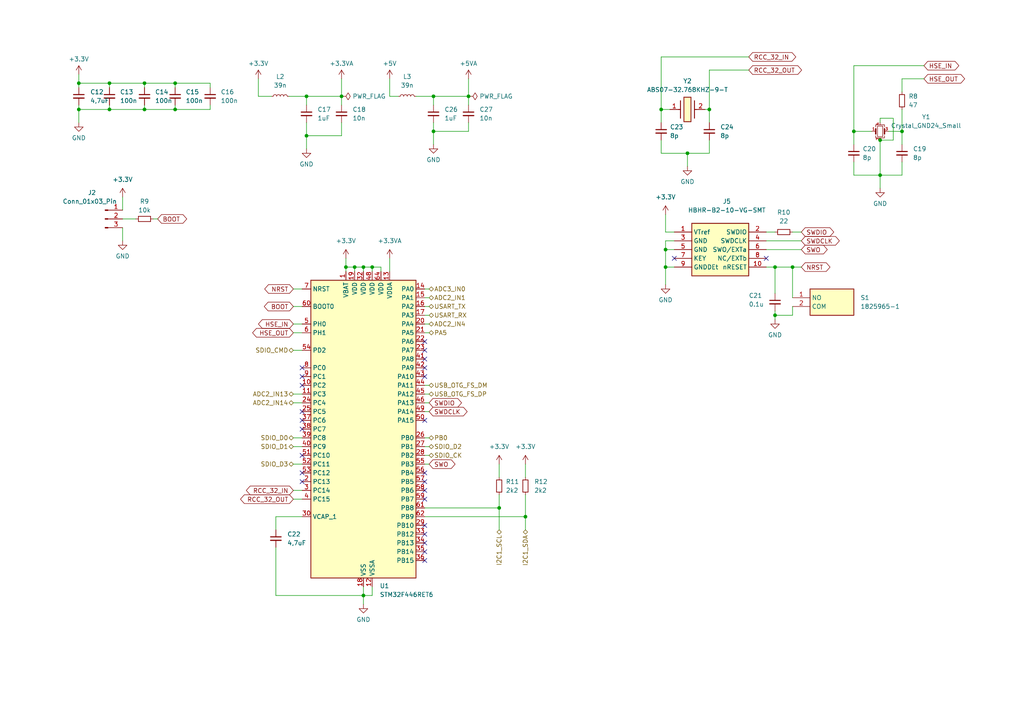
<source format=kicad_sch>
(kicad_sch (version 20230121) (generator eeschema)
  (paper "A4")
  (lib_symbols
    (symbol "1825965-1:1825965-1"
      (property "Reference" "S" (at 19.05 7.62 0))
      (property "Value" "1825965-1" (at 19.05 5.08 0))
      (symbol "1825965-1_1_1"
        (rectangle (start 5.08 2.54) (end 17.78 -5.08) (stroke (width 0.254)) (fill (type background)))
        (pin passive line (at 0 0 0) (length 5.08) (name "NO") (number "1"))
        (pin passive line (at 0 -2.54 0) (length 5.08) (name "COM") (number "2"))
      )
    )
    (symbol "ABS07-32_768KHZ-9-T:ABS07-32.768KHZ-9-T" (pin_names hide)
      (property "Reference" "Y" (at 8.89 6.35 0))
      (property "Value" "ABS07-32.768KHZ-9-T" (at 8.89 3.81 0))
      (symbol "ABS07-32.768KHZ-9-T_1_1"
        (polyline (pts (xy 3.048 0) (xy 2.54 0)) (stroke (width 0.254)))
        (polyline (pts (xy 3.048 2.54) (xy 3.048 -2.54)) (stroke (width 0.254)))
        (polyline (pts (xy 7.112 0) (xy 7.62 0)) (stroke (width 0.254)))
        (polyline (pts (xy 7.112 2.54) (xy 7.112 -2.54)) (stroke (width 0.254)))
        (rectangle (start 4.064 3.556) (end 6.096 -3.556) (stroke (width 0.254)) (fill (type background)))
        (pin passive line (at 0 0 0) (length 2.54) (name "1") (number "1"))
        (pin passive line (at 10.16 0 180) (length 2.54) (name "2") (number "2"))
      )
    )
    (symbol "Connector:Conn_01x03_Pin" (pin_names (offset 1.016) hide)
      (property "Reference" "J" (at 0 5.08 0))
      (property "Value" "Conn_01x03_Pin" (at 0 -5.08 0))
      (symbol "Conn_01x03_Pin_1_1"
        (polyline (pts (xy 1.27 -2.54) (xy 0.8636 -2.54)) (stroke (width 0.1524)))
        (polyline (pts (xy 1.27 0) (xy 0.8636 0)) (stroke (width 0.1524)))
        (polyline (pts (xy 1.27 2.54) (xy 0.8636 2.54)) (stroke (width 0.1524)))
        (rectangle (start 0.8636 -2.413) (end 0 -2.667) (stroke (width 0.1524)) (fill (type outline)))
        (rectangle (start 0.8636 0.127) (end 0 -0.127) (stroke (width 0.1524)) (fill (type outline)))
        (rectangle (start 0.8636 2.667) (end 0 2.413) (stroke (width 0.1524)) (fill (type outline)))
        (pin passive line (at 5.08 2.54 180) (length 3.81) (name "Pin_1") (number "1"))
        (pin passive line (at 5.08 0 180) (length 3.81) (name "Pin_2") (number "2"))
        (pin passive line (at 5.08 -2.54 180) (length 3.81) (name "Pin_3") (number "3"))
      )
    )
    (symbol "Device:C_Small" (pin_numbers hide) (pin_names (offset 0.254) hide)
      (property "Reference" "C" (at 0.254 1.778 0))
      (property "Value" "C_Small" (at 0.254 -2.032 0))
      (symbol "C_Small_0_1"
        (polyline (pts (xy -1.524 -0.508) (xy 1.524 -0.508)) (stroke (width 0.3302)))
        (polyline (pts (xy -1.524 0.508) (xy 1.524 0.508)) (stroke (width 0.3048)))
      )
      (symbol "C_Small_1_1"
        (pin passive line (at 0 2.54 270) (length 2.032) (name "~") (number "1"))
        (pin passive line (at 0 -2.54 90) (length 2.032) (name "~") (number "2"))
      )
    )
    (symbol "Device:Crystal_GND24_Small" (pin_names (offset 1.016) hide)
      (property "Reference" "Y" (at 1.27 4.445 0))
      (property "Value" "Crystal_GND24_Small" (at 1.27 2.54 0))
      (symbol "Crystal_GND24_Small_0_1"
        (rectangle (start -0.762 -1.524) (end 0.762 1.524))
        (polyline (pts (xy -1.27 -0.762) (xy -1.27 0.762)) (stroke (width 0.381)))
        (polyline (pts (xy 1.27 -0.762) (xy 1.27 0.762)) (stroke (width 0.381)))
        (polyline (pts (xy -1.27 -1.27) (xy -1.27 -1.905) (xy 1.27 -1.905) (xy 1.27 -1.27)))
        (polyline (pts (xy -1.27 1.27) (xy -1.27 1.905) (xy 1.27 1.905) (xy 1.27 1.27)))
      )
      (symbol "Crystal_GND24_Small_1_1"
        (pin passive line (at -2.54 0 0) (length 1.27) (name "1") (number "1"))
        (pin passive line (at 0 -2.54 90) (length 0.635) (name "2") (number "2"))
        (pin passive line (at 2.54 0 180) (length 1.27) (name "3") (number "3"))
        (pin passive line (at 0 2.54 270) (length 0.635) (name "4") (number "4"))
      )
    )
    (symbol "Device:L_Small" (pin_numbers hide) (pin_names (offset 0.254) hide)
      (property "Reference" "L" (at 0.762 1.016 0))
      (property "Value" "L_Small" (at 0.762 -1.016 0))
      (symbol "L_Small_0_1"
        (arc (start 0 -2.032) (mid 0.5058 -1.524) (end 0 -1.016))
        (arc (start 0 -1.016) (mid 0.5058 -0.508) (end 0 0))
        (arc (start 0 0) (mid 0.5058 0.508) (end 0 1.016))
        (arc (start 0 1.016) (mid 0.5058 1.524) (end 0 2.032))
      )
      (symbol "L_Small_1_1"
        (pin passive line (at 0 2.54 270) (length 0.508) (name "~") (number "1"))
        (pin passive line (at 0 -2.54 90) (length 0.508) (name "~") (number "2"))
      )
    )
    (symbol "Device:R_Small" (pin_numbers hide) (pin_names (offset 0.254) hide)
      (property "Reference" "R" (at 0.762 0.508 0))
      (property "Value" "R_Small" (at 0.762 -1.016 0))
      (symbol "R_Small_0_1"
        (rectangle (start -0.762 1.778) (end 0.762 -1.778) (stroke (width 0.2032)))
      )
      (symbol "R_Small_1_1"
        (pin passive line (at 0 2.54 270) (length 0.762) (name "~") (number "1"))
        (pin passive line (at 0 -2.54 90) (length 0.762) (name "~") (number "2"))
      )
    )
    (symbol "HBHR-B2-10-VG-SMT:HBHR-B2-10-VG-SMT"
      (property "Reference" "J" (at 19.05 7.62 0))
      (property "Value" "HBHR-B2-10-VG-SMT" (at 19.05 5.08 0))
      (symbol "HBHR-B2-10-VG-SMT_1_1"
        (rectangle (start 20.32 1.27) (end 36.83 -13.97) (stroke (width 0.254)) (fill (type background)))
        (pin passive line (at 15.24 -1.27 0) (length 5.08) (name "VTref") (number "1"))
        (pin passive line (at 41.91 -11.43 180) (length 5.08) (name "nRESET") (number "10"))
        (pin passive line (at 41.91 -1.27 180) (length 5.08) (name "SWDIO") (number "2"))
        (pin passive line (at 15.24 -3.81 0) (length 5.08) (name "GND") (number "3"))
        (pin passive line (at 41.91 -3.81 180) (length 5.08) (name "SWDCLK") (number "4"))
        (pin passive line (at 15.24 -6.35 0) (length 5.08) (name "GND") (number "5"))
        (pin passive line (at 41.91 -6.35 180) (length 5.08) (name "SWO/EXTa") (number "6"))
        (pin passive line (at 15.24 -8.89 0) (length 5.08) (name "KEY") (number "7"))
        (pin passive line (at 41.91 -8.89 180) (length 5.08) (name "NC/EXTb") (number "8"))
        (pin passive line (at 15.24 -11.43 0) (length 5.08) (name "GNDDEt") (number "9"))
      )
    )
    (symbol "MCU_ST_STM32F4:STM32F446RETx"
      (property "Reference" "U" (at -15.24 44.45 0))
      (property "Value" "STM32F446RETx" (at 10.16 44.45 0))
      (symbol "STM32F446RETx_0_1"
        (rectangle (start -15.24 -43.18) (end 15.24 43.18) (stroke (width 0.254)) (fill (type background)))
      )
      (symbol "STM32F446RETx_1_1"
        (pin power_in line (at -5.08 45.72 270) (length 2.54) (name "VBAT") (number "1"))
        (pin bidirectional line (at -17.78 12.7 0) (length 2.54) (name "PC2") (number "10"))
        (pin bidirectional line (at -17.78 10.16 0) (length 2.54) (name "PC3") (number "11"))
        (pin power_in line (at 2.54 -45.72 90) (length 2.54) (name "VSSA") (number "12"))
        (pin power_in line (at 7.62 45.72 270) (length 2.54) (name "VDDA") (number "13"))
        (pin bidirectional line (at 17.78 40.64 180) (length 2.54) (name "PA0") (number "14"))
        (pin bidirectional line (at 17.78 38.1 180) (length 2.54) (name "PA1") (number "15"))
        (pin bidirectional line (at 17.78 35.56 180) (length 2.54) (name "PA2") (number "16"))
        (pin bidirectional line (at 17.78 33.02 180) (length 2.54) (name "PA3") (number "17"))
        (pin power_in line (at 0 -45.72 90) (length 2.54) (name "VSS") (number "18"))
        (pin power_in line (at -2.54 45.72 270) (length 2.54) (name "VDD") (number "19"))
        (pin bidirectional line (at -17.78 -15.24 0) (length 2.54) (name "PC13") (number "2"))
        (pin bidirectional line (at 17.78 30.48 180) (length 2.54) (name "PA4") (number "20"))
        (pin bidirectional line (at 17.78 27.94 180) (length 2.54) (name "PA5") (number "21"))
        (pin bidirectional line (at 17.78 25.4 180) (length 2.54) (name "PA6") (number "22"))
        (pin bidirectional line (at 17.78 22.86 180) (length 2.54) (name "PA7") (number "23"))
        (pin bidirectional line (at -17.78 7.62 0) (length 2.54) (name "PC4") (number "24"))
        (pin bidirectional line (at -17.78 5.08 0) (length 2.54) (name "PC5") (number "25"))
        (pin bidirectional line (at 17.78 -2.54 180) (length 2.54) (name "PB0") (number "26"))
        (pin bidirectional line (at 17.78 -5.08 180) (length 2.54) (name "PB1") (number "27"))
        (pin bidirectional line (at 17.78 -7.62 180) (length 2.54) (name "PB2") (number "28"))
        (pin bidirectional line (at 17.78 -27.94 180) (length 2.54) (name "PB10") (number "29"))
        (pin bidirectional line (at -17.78 -17.78 0) (length 2.54) (name "PC14") (number "3"))
        (pin power_out line (at -17.78 -25.4 0) (length 2.54) (name "VCAP_1") (number "30"))
        (pin passive line (at 0 -45.72 90) (length 2.54) hide (name "VSS") (number "31"))
        (pin power_in line (at 0 45.72 270) (length 2.54) (name "VDD") (number "32"))
        (pin bidirectional line (at 17.78 -30.48 180) (length 2.54) (name "PB12") (number "33"))
        (pin bidirectional line (at 17.78 -33.02 180) (length 2.54) (name "PB13") (number "34"))
        (pin bidirectional line (at 17.78 -35.56 180) (length 2.54) (name "PB14") (number "35"))
        (pin bidirectional line (at 17.78 -38.1 180) (length 2.54) (name "PB15") (number "36"))
        (pin bidirectional line (at -17.78 2.54 0) (length 2.54) (name "PC6") (number "37"))
        (pin bidirectional line (at -17.78 0 0) (length 2.54) (name "PC7") (number "38"))
        (pin bidirectional line (at -17.78 -2.54 0) (length 2.54) (name "PC8") (number "39"))
        (pin bidirectional line (at -17.78 -20.32 0) (length 2.54) (name "PC15") (number "4"))
        (pin bidirectional line (at -17.78 -5.08 0) (length 2.54) (name "PC9") (number "40"))
        (pin bidirectional line (at 17.78 20.32 180) (length 2.54) (name "PA8") (number "41"))
        (pin bidirectional line (at 17.78 17.78 180) (length 2.54) (name "PA9") (number "42"))
        (pin bidirectional line (at 17.78 15.24 180) (length 2.54) (name "PA10") (number "43"))
        (pin bidirectional line (at 17.78 12.7 180) (length 2.54) (name "PA11") (number "44"))
        (pin bidirectional line (at 17.78 10.16 180) (length 2.54) (name "PA12") (number "45"))
        (pin bidirectional line (at 17.78 7.62 180) (length 2.54) (name "PA13") (number "46"))
        (pin passive line (at 0 -45.72 90) (length 2.54) hide (name "VSS") (number "47"))
        (pin power_in line (at 2.54 45.72 270) (length 2.54) (name "VDD") (number "48"))
        (pin bidirectional line (at 17.78 5.08 180) (length 2.54) (name "PA14") (number "49"))
        (pin bidirectional line (at -17.78 30.48 0) (length 2.54) (name "PH0") (number "5"))
        (pin bidirectional line (at 17.78 2.54 180) (length 2.54) (name "PA15") (number "50"))
        (pin bidirectional line (at -17.78 -7.62 0) (length 2.54) (name "PC10") (number "51"))
        (pin bidirectional line (at -17.78 -10.16 0) (length 2.54) (name "PC11") (number "52"))
        (pin bidirectional line (at -17.78 -12.7 0) (length 2.54) (name "PC12") (number "53"))
        (pin bidirectional line (at -17.78 22.86 0) (length 2.54) (name "PD2") (number "54"))
        (pin bidirectional line (at 17.78 -10.16 180) (length 2.54) (name "PB3") (number "55"))
        (pin bidirectional line (at 17.78 -12.7 180) (length 2.54) (name "PB4") (number "56"))
        (pin bidirectional line (at 17.78 -15.24 180) (length 2.54) (name "PB5") (number "57"))
        (pin bidirectional line (at 17.78 -17.78 180) (length 2.54) (name "PB6") (number "58"))
        (pin bidirectional line (at 17.78 -20.32 180) (length 2.54) (name "PB7") (number "59"))
        (pin bidirectional line (at -17.78 27.94 0) (length 2.54) (name "PH1") (number "6"))
        (pin input line (at -17.78 35.56 0) (length 2.54) (name "BOOT0") (number "60"))
        (pin bidirectional line (at 17.78 -22.86 180) (length 2.54) (name "PB8") (number "61"))
        (pin bidirectional line (at 17.78 -25.4 180) (length 2.54) (name "PB9") (number "62"))
        (pin passive line (at 0 -45.72 90) (length 2.54) hide (name "VSS") (number "63"))
        (pin power_in line (at 5.08 45.72 270) (length 2.54) (name "VDD") (number "64"))
        (pin input line (at -17.78 40.64 0) (length 2.54) (name "NRST") (number "7"))
        (pin bidirectional line (at -17.78 17.78 0) (length 2.54) (name "PC0") (number "8"))
        (pin bidirectional line (at -17.78 15.24 0) (length 2.54) (name "PC1") (number "9"))
      )
    )
    (symbol "power:+3.3V" (power) (pin_names (offset 0))
      (property "Value" "+3.3V" (at 0 3.556 0))
      (symbol "+3.3V_0_1"
        (polyline (pts (xy -0.762 1.27) (xy 0 2.54)))
        (polyline (pts (xy 0 0) (xy 0 2.54)))
        (polyline (pts (xy 0 2.54) (xy 0.762 1.27)))
      )
      (symbol "+3.3V_1_1"
        (pin power_in line (at 0 0 90) (length 0) hide (name "+3.3V") (number "1"))
      )
    )
    (symbol "power:+3.3VA" (power) (pin_names (offset 0))
      (property "Value" "+3.3VA" (at 0 3.556 0))
      (symbol "+3.3VA_0_1"
        (polyline (pts (xy -0.762 1.27) (xy 0 2.54)))
        (polyline (pts (xy 0 0) (xy 0 2.54)))
        (polyline (pts (xy 0 2.54) (xy 0.762 1.27)))
      )
      (symbol "+3.3VA_1_1"
        (pin power_in line (at 0 0 90) (length 0) hide (name "+3.3VA") (number "1"))
      )
    )
    (symbol "power:+5V" (power) (pin_names (offset 0))
      (property "Value" "+5V" (at 0 3.556 0))
      (symbol "+5V_0_1"
        (polyline (pts (xy -0.762 1.27) (xy 0 2.54)))
        (polyline (pts (xy 0 0) (xy 0 2.54)))
        (polyline (pts (xy 0 2.54) (xy 0.762 1.27)))
      )
      (symbol "+5V_1_1"
        (pin power_in line (at 0 0 90) (length 0) hide (name "+5V") (number "1"))
      )
    )
    (symbol "power:+5VA" (power) (pin_names (offset 0))
      (property "Value" "+5VA" (at 0 3.556 0))
      (symbol "+5VA_0_1"
        (polyline (pts (xy -0.762 1.27) (xy 0 2.54)))
        (polyline (pts (xy 0 0) (xy 0 2.54)))
        (polyline (pts (xy 0 2.54) (xy 0.762 1.27)))
      )
      (symbol "+5VA_1_1"
        (pin power_in line (at 0 0 90) (length 0) hide (name "+5VA") (number "1"))
      )
    )
    (symbol "power:GND" (power) (pin_names (offset 0))
      (property "Value" "GND" (at 0 -3.81 0))
      (symbol "GND_0_1"
        (polyline (pts (xy 0 0) (xy 0 -1.27) (xy 1.27 -1.27) (xy 0 -2.54) (xy -1.27 -1.27) (xy 0 -1.27)))
      )
      (symbol "GND_1_1"
        (pin power_in line (at 0 0 270) (length 0) hide (name "GND") (number "1"))
      )
    )
    (symbol "power:PWR_FLAG" (power) (pin_numbers hide) (pin_names (offset 0) hide)
      (property "Value" "PWR_FLAG" (at 0 3.81 0))
      (symbol "PWR_FLAG_0_0"
        (pin power_out line (at 0 0 90) (length 0) (name "pwr") (number "1"))
      )
      (symbol "PWR_FLAG_0_1"
        (polyline (pts (xy 0 0) (xy 0 1.27) (xy -1.016 1.905) (xy 0 2.54) (xy 1.016 1.905) (xy 0 1.27)))
      )
    )
  )
  (junction (at 105.41 172.72))
  (junction (at 191.77 31.75))
  (junction (at 107.95 77.47))
  (junction (at 22.86 24.13))
  (junction (at 193.04 77.47))
  (junction (at 135.89 27.94))
  (junction (at 22.86 31.75))
  (junction (at 100.33 77.47))
  (junction (at 152.4 149.86))
  (junction (at 144.78 147.32))
  (junction (at 50.8 31.75))
  (junction (at 247.65 38.1))
  (junction (at 199.39 44.45))
  (junction (at 205.74 31.75))
  (junction (at 31.75 24.13))
  (junction (at 229.87 77.47))
  (junction (at 41.91 24.13))
  (junction (at 255.27 40.64))
  (junction (at 224.79 91.44))
  (junction (at 41.91 31.75))
  (junction (at 50.8 24.13))
  (junction (at 88.9 39.37))
  (junction (at 31.75 31.75))
  (junction (at 224.79 77.47))
  (junction (at 261.62 38.1))
  (junction (at 125.73 38.1))
  (junction (at 88.9 27.94))
  (junction (at 102.87 77.47))
  (junction (at 193.04 72.39))
  (junction (at 125.73 27.94))
  (junction (at 99.06 27.94))
  (junction (at 105.41 77.47))
  (junction (at 255.27 50.8))
  (no_connect (at 87.63 137.16))
  (no_connect (at 222.25 74.93))
  (no_connect (at 123.19 162.56))
  (no_connect (at 123.19 157.48))
  (no_connect (at 123.19 142.24))
  (no_connect (at 123.19 139.7))
  (no_connect (at 123.19 121.92))
  (no_connect (at 123.19 160.02))
  (no_connect (at 123.19 137.16))
  (no_connect (at 87.63 139.7))
  (no_connect (at 87.63 132.08))
  (no_connect (at 195.58 74.93))
  (no_connect (at 87.63 124.46))
  (no_connect (at 87.63 119.38))
  (no_connect (at 123.19 106.68))
  (no_connect (at 87.63 111.76))
  (no_connect (at 123.19 104.14))
  (no_connect (at 87.63 106.68))
  (no_connect (at 123.19 154.94))
  (no_connect (at 123.19 144.78))
  (no_connect (at 123.19 109.22))
  (no_connect (at 123.19 152.4))
  (no_connect (at 87.63 109.22))
  (no_connect (at 123.19 99.06))
  (no_connect (at 87.63 121.92))
  (no_connect (at 123.19 101.6))
  (wire (pts (xy 99.06 22.86) (xy 99.06 27.94)))
  (wire (pts (xy 107.95 78.74) (xy 107.95 77.47)))
  (wire (pts (xy 31.75 24.13) (xy 41.91 24.13)))
  (wire (pts (xy 125.73 27.94) (xy 125.73 30.48)))
  (wire (pts (xy 50.8 24.13) (xy 50.8 25.4)))
  (wire (pts (xy 247.65 50.8) (xy 255.27 50.8)))
  (wire (pts (xy 144.78 147.32) (xy 144.78 153.67)))
  (wire (pts (xy 85.09 129.54) (xy 87.63 129.54)))
  (wire (pts (xy 222.25 69.85) (xy 232.41 69.85)))
  (wire (pts (xy 224.79 77.47) (xy 229.87 77.47)))
  (wire (pts (xy 123.19 149.86) (xy 152.4 149.86)))
  (wire (pts (xy 191.77 44.45) (xy 199.39 44.45)))
  (wire (pts (xy 123.19 132.08) (xy 124.46 132.08)))
  (wire (pts (xy 229.87 91.44) (xy 224.79 91.44)))
  (wire (pts (xy 144.78 134.62) (xy 144.78 138.43)))
  (wire (pts (xy 50.8 31.75) (xy 50.8 30.48)))
  (wire (pts (xy 195.58 69.85) (xy 193.04 69.85)))
  (wire (pts (xy 105.41 172.72) (xy 107.95 172.72)))
  (wire (pts (xy 144.78 147.32) (xy 144.78 143.51)))
  (wire (pts (xy 60.96 31.75) (xy 50.8 31.75)))
  (wire (pts (xy 105.41 172.72) (xy 105.41 175.26)))
  (wire (pts (xy 255.27 40.64) (xy 259.08 40.64)))
  (wire (pts (xy 261.62 31.75) (xy 261.62 38.1)))
  (wire (pts (xy 222.25 72.39) (xy 232.41 72.39)))
  (wire (pts (xy 247.65 19.05) (xy 247.65 38.1)))
  (wire (pts (xy 261.62 50.8) (xy 261.62 46.99)))
  (wire (pts (xy 22.86 31.75) (xy 22.86 35.56)))
  (wire (pts (xy 123.19 111.76) (xy 124.46 111.76)))
  (wire (pts (xy 259.08 34.29) (xy 259.08 40.64)))
  (wire (pts (xy 74.93 27.94) (xy 78.74 27.94)))
  (wire (pts (xy 80.01 158.75) (xy 80.01 172.72)))
  (wire (pts (xy 113.03 27.94) (xy 115.57 27.94)))
  (wire (pts (xy 255.27 50.8) (xy 261.62 50.8)))
  (wire (pts (xy 35.56 57.15) (xy 35.56 60.96)))
  (wire (pts (xy 193.04 67.31) (xy 195.58 67.31)))
  (wire (pts (xy 85.09 142.24) (xy 87.63 142.24)))
  (wire (pts (xy 267.97 22.86) (xy 261.62 22.86)))
  (wire (pts (xy 247.65 38.1) (xy 252.73 38.1)))
  (wire (pts (xy 35.56 66.04) (xy 35.56 69.85)))
  (wire (pts (xy 123.19 93.98) (xy 124.46 93.98)))
  (wire (pts (xy 50.8 31.75) (xy 41.91 31.75)))
  (wire (pts (xy 125.73 38.1) (xy 125.73 41.91)))
  (wire (pts (xy 222.25 67.31) (xy 224.79 67.31)))
  (wire (pts (xy 135.89 27.94) (xy 135.89 30.48)))
  (wire (pts (xy 123.19 134.62) (xy 124.46 134.62)))
  (wire (pts (xy 123.19 96.52) (xy 124.46 96.52)))
  (wire (pts (xy 229.87 88.9) (xy 229.87 91.44)))
  (wire (pts (xy 50.8 24.13) (xy 60.96 24.13)))
  (wire (pts (xy 135.89 38.1) (xy 125.73 38.1)))
  (wire (pts (xy 193.04 69.85) (xy 193.04 72.39)))
  (wire (pts (xy 193.04 72.39) (xy 193.04 77.47)))
  (wire (pts (xy 123.19 88.9) (xy 124.46 88.9)))
  (wire (pts (xy 255.27 34.29) (xy 259.08 34.29)))
  (wire (pts (xy 110.49 78.74) (xy 110.49 77.47)))
  (wire (pts (xy 100.33 77.47) (xy 102.87 77.47)))
  (wire (pts (xy 85.09 144.78) (xy 87.63 144.78)))
  (wire (pts (xy 41.91 31.75) (xy 31.75 31.75)))
  (wire (pts (xy 99.06 35.56) (xy 99.06 39.37)))
  (wire (pts (xy 88.9 27.94) (xy 99.06 27.94)))
  (wire (pts (xy 217.17 20.32) (xy 205.74 20.32)))
  (wire (pts (xy 125.73 27.94) (xy 135.89 27.94)))
  (wire (pts (xy 224.79 77.47) (xy 224.79 85.09)))
  (wire (pts (xy 261.62 38.1) (xy 261.62 41.91)))
  (wire (pts (xy 107.95 172.72) (xy 107.95 170.18)))
  (wire (pts (xy 255.27 40.64) (xy 255.27 50.8)))
  (wire (pts (xy 105.41 77.47) (xy 102.87 77.47)))
  (wire (pts (xy 199.39 44.45) (xy 205.74 44.45)))
  (wire (pts (xy 85.09 134.62) (xy 87.63 134.62)))
  (wire (pts (xy 85.09 114.3) (xy 87.63 114.3)))
  (wire (pts (xy 88.9 39.37) (xy 88.9 35.56)))
  (wire (pts (xy 191.77 31.75) (xy 194.31 31.75)))
  (wire (pts (xy 191.77 35.56) (xy 191.77 31.75)))
  (wire (pts (xy 205.74 35.56) (xy 205.74 31.75)))
  (wire (pts (xy 85.09 101.6) (xy 87.63 101.6)))
  (wire (pts (xy 261.62 22.86) (xy 261.62 26.67)))
  (wire (pts (xy 193.04 77.47) (xy 193.04 82.55)))
  (wire (pts (xy 123.19 91.44) (xy 124.46 91.44)))
  (wire (pts (xy 152.4 149.86) (xy 152.4 143.51)))
  (wire (pts (xy 191.77 40.64) (xy 191.77 44.45)))
  (wire (pts (xy 222.25 77.47) (xy 224.79 77.47)))
  (wire (pts (xy 22.86 24.13) (xy 31.75 24.13)))
  (wire (pts (xy 120.65 27.94) (xy 125.73 27.94)))
  (wire (pts (xy 123.19 114.3) (xy 124.46 114.3)))
  (wire (pts (xy 31.75 31.75) (xy 31.75 30.48)))
  (wire (pts (xy 255.27 50.8) (xy 255.27 54.61)))
  (wire (pts (xy 229.87 67.31) (xy 232.41 67.31)))
  (wire (pts (xy 229.87 77.47) (xy 229.87 86.36)))
  (wire (pts (xy 35.56 63.5) (xy 39.37 63.5)))
  (wire (pts (xy 113.03 22.86) (xy 113.03 27.94)))
  (wire (pts (xy 41.91 24.13) (xy 50.8 24.13)))
  (wire (pts (xy 125.73 38.1) (xy 125.73 35.56)))
  (wire (pts (xy 123.19 83.82) (xy 124.46 83.82)))
  (wire (pts (xy 135.89 35.56) (xy 135.89 38.1)))
  (wire (pts (xy 41.91 31.75) (xy 41.91 30.48)))
  (wire (pts (xy 22.86 31.75) (xy 22.86 30.48)))
  (wire (pts (xy 110.49 77.47) (xy 107.95 77.47)))
  (wire (pts (xy 85.09 88.9) (xy 87.63 88.9)))
  (wire (pts (xy 60.96 24.13) (xy 60.96 25.4)))
  (wire (pts (xy 257.81 38.1) (xy 261.62 38.1)))
  (wire (pts (xy 44.45 63.5) (xy 45.72 63.5)))
  (wire (pts (xy 217.17 16.51) (xy 191.77 16.51)))
  (wire (pts (xy 224.79 91.44) (xy 224.79 90.17)))
  (wire (pts (xy 195.58 72.39) (xy 193.04 72.39)))
  (wire (pts (xy 22.86 21.59) (xy 22.86 24.13)))
  (wire (pts (xy 99.06 39.37) (xy 88.9 39.37)))
  (wire (pts (xy 123.19 119.38) (xy 124.46 119.38)))
  (wire (pts (xy 88.9 27.94) (xy 88.9 30.48)))
  (wire (pts (xy 85.09 116.84) (xy 87.63 116.84)))
  (wire (pts (xy 193.04 62.23) (xy 193.04 67.31)))
  (wire (pts (xy 31.75 31.75) (xy 22.86 31.75)))
  (wire (pts (xy 88.9 39.37) (xy 88.9 43.18)))
  (wire (pts (xy 123.19 116.84) (xy 124.46 116.84)))
  (wire (pts (xy 152.4 134.62) (xy 152.4 138.43)))
  (wire (pts (xy 99.06 27.94) (xy 99.06 30.48)))
  (wire (pts (xy 199.39 48.26) (xy 199.39 44.45)))
  (wire (pts (xy 191.77 16.51) (xy 191.77 31.75)))
  (wire (pts (xy 102.87 77.47) (xy 102.87 78.74)))
  (wire (pts (xy 22.86 25.4) (xy 22.86 24.13)))
  (wire (pts (xy 123.19 127) (xy 124.46 127)))
  (wire (pts (xy 80.01 172.72) (xy 105.41 172.72)))
  (wire (pts (xy 229.87 77.47) (xy 232.41 77.47)))
  (wire (pts (xy 123.19 147.32) (xy 144.78 147.32)))
  (wire (pts (xy 85.09 83.82) (xy 87.63 83.82)))
  (wire (pts (xy 80.01 149.86) (xy 87.63 149.86)))
  (wire (pts (xy 105.41 78.74) (xy 105.41 77.47)))
  (wire (pts (xy 123.19 129.54) (xy 124.46 129.54)))
  (wire (pts (xy 85.09 96.52) (xy 87.63 96.52)))
  (wire (pts (xy 224.79 91.44) (xy 224.79 92.71)))
  (wire (pts (xy 100.33 78.74) (xy 100.33 77.47)))
  (wire (pts (xy 247.65 46.99) (xy 247.65 50.8)))
  (wire (pts (xy 85.09 127) (xy 87.63 127)))
  (wire (pts (xy 205.74 44.45) (xy 205.74 40.64)))
  (wire (pts (xy 105.41 170.18) (xy 105.41 172.72)))
  (wire (pts (xy 267.97 19.05) (xy 247.65 19.05)))
  (wire (pts (xy 60.96 30.48) (xy 60.96 31.75)))
  (wire (pts (xy 100.33 74.93) (xy 100.33 77.47)))
  (wire (pts (xy 107.95 77.47) (xy 105.41 77.47)))
  (wire (pts (xy 195.58 77.47) (xy 193.04 77.47)))
  (wire (pts (xy 205.74 31.75) (xy 204.47 31.75)))
  (wire (pts (xy 205.74 20.32) (xy 205.74 31.75)))
  (wire (pts (xy 41.91 24.13) (xy 41.91 25.4)))
  (wire (pts (xy 255.27 35.56) (xy 255.27 34.29)))
  (wire (pts (xy 152.4 149.86) (xy 152.4 153.67)))
  (wire (pts (xy 85.09 93.98) (xy 87.63 93.98)))
  (wire (pts (xy 123.19 86.36) (xy 124.46 86.36)))
  (wire (pts (xy 83.82 27.94) (xy 88.9 27.94)))
  (wire (pts (xy 113.03 74.93) (xy 113.03 78.74)))
  (wire (pts (xy 31.75 24.13) (xy 31.75 25.4)))
  (wire (pts (xy 135.89 22.86) (xy 135.89 27.94)))
  (wire (pts (xy 247.65 41.91) (xy 247.65 38.1)))
  (wire (pts (xy 74.93 22.86) (xy 74.93 27.94)))
  (wire (pts (xy 80.01 153.67) (xy 80.01 149.86)))
  (global_label "NRST" (shape bidirectional) (at 232.41 77.47 0) (property "Intersheetrefs" "${INTERSHEET_REFS}" (effects hide)))
  (global_label "SWDCLK" (shape bidirectional) (at 232.41 69.85 0) (property "Intersheetrefs" "${INTERSHEET_REFS}" (effects hide)))
  (global_label "BOOT" (shape bidirectional) (at 45.72 63.5 0) (property "Intersheetrefs" "${INTERSHEET_REFS}" (effects hide)))
  (global_label "SWDIO" (shape bidirectional) (at 124.46 116.84 0) (property "Intersheetrefs" "${INTERSHEET_REFS}" (effects hide)))
  (global_label "RCC_32_OUT" (shape bidirectional) (at 85.09 144.78 180) (property "Intersheetrefs" "${INTERSHEET_REFS}" (effects hide)))
  (global_label "HSE_IN" (shape bidirectional) (at 85.09 93.98 180) (property "Intersheetrefs" "${INTERSHEET_REFS}" (effects hide)))
  (global_label "RCC_32_IN" (shape bidirectional) (at 85.09 142.24 180) (property "Intersheetrefs" "${INTERSHEET_REFS}" (effects hide)))
  (global_label "SWDCLK" (shape bidirectional) (at 124.46 119.38 0) (property "Intersheetrefs" "${INTERSHEET_REFS}" (effects hide)))
  (global_label "HSE_OUT" (shape bidirectional) (at 85.09 96.52 180) (property "Intersheetrefs" "${INTERSHEET_REFS}" (effects hide)))
  (global_label "HSE_OUT" (shape bidirectional) (at 267.97 22.86 0) (property "Intersheetrefs" "${INTERSHEET_REFS}" (effects hide)))
  (global_label "SWO" (shape bidirectional) (at 124.46 134.62 0) (property "Intersheetrefs" "${INTERSHEET_REFS}" (effects hide)))
  (global_label "SWO" (shape bidirectional) (at 232.41 72.39 0) (property "Intersheetrefs" "${INTERSHEET_REFS}" (effects hide)))
  (global_label "SWDIO" (shape bidirectional) (at 232.41 67.31 0) (property "Intersheetrefs" "${INTERSHEET_REFS}" (effects hide)))
  (global_label "NRST" (shape bidirectional) (at 85.09 83.82 180) (property "Intersheetrefs" "${INTERSHEET_REFS}" (effects hide)))
  (global_label "RCC_32_IN" (shape bidirectional) (at 217.17 16.51 0) (property "Intersheetrefs" "${INTERSHEET_REFS}" (effects hide)))
  (global_label "BOOT" (shape bidirectional) (at 85.09 88.9 180) (property "Intersheetrefs" "${INTERSHEET_REFS}" (effects hide)))
  (global_label "HSE_IN" (shape bidirectional) (at 267.97 19.05 0) (property "Intersheetrefs" "${INTERSHEET_REFS}" (effects hide)))
  (global_label "RCC_32_OUT" (shape bidirectional) (at 217.17 20.32 0) (property "Intersheetrefs" "${INTERSHEET_REFS}" (effects hide)))
  (hierarchical_label "SDIO_D2" (shape bidirectional) (at 124.46 129.54 0))
  (hierarchical_label "USART_RX" (shape bidirectional) (at 124.46 91.44 0))
  (hierarchical_label "SDIO_D0" (shape bidirectional) (at 85.09 127 180))
  (hierarchical_label "SDIO_CMD" (shape bidirectional) (at 85.09 101.6 180))
  (hierarchical_label "ADC2_IN14" (shape bidirectional) (at 85.09 116.84 180))
  (hierarchical_label "ADC2_IN13" (shape bidirectional) (at 85.09 114.3 180))
  (hierarchical_label "SDIO_D1" (shape bidirectional) (at 85.09 129.54 180))
  (hierarchical_label "I2C1_SDA" (shape bidirectional) (at 152.4 153.67 270))
  (hierarchical_label "USART_TX" (shape bidirectional) (at 124.46 88.9 0))
  (hierarchical_label "SDIO_D3" (shape bidirectional) (at 85.09 134.62 180))
  (hierarchical_label "I2C1_SCL" (shape bidirectional) (at 144.78 153.67 270))
  (hierarchical_label "SDIO_CK" (shape bidirectional) (at 124.46 132.08 0))
  (hierarchical_label "ADC2_IN4" (shape bidirectional) (at 124.46 93.98 0))
  (hierarchical_label "PA5" (shape bidirectional) (at 124.46 96.52 0))
  (hierarchical_label "ADC2_IN1" (shape bidirectional) (at 124.46 86.36 0))
  (hierarchical_label "PB0" (shape bidirectional) (at 124.46 127 0))
  (hierarchical_label "USB_OTG_FS_DM" (shape bidirectional) (at 124.46 111.76 0))
  (hierarchical_label "USB_OTG_FS_DP" (shape bidirectional) (at 124.46 114.3 0))
  (hierarchical_label "ADC3_IN0" (shape bidirectional) (at 124.46 83.82 0))
  (symbol (lib_id "Device:C_Small") (at 205.74 38.1 0) (unit 1)
    (property "Reference" "C24" (at 208.915 36.8363 0) (effects (justify left)))
    (property "Value" "8p" (at 208.915 39.3763 0) (effects (justify left)))
    (property "Footprint" "Capacitor_SMD:C_0603_1608Metric_Pad1.08x0.95mm_HandSolder" (effects hide))
  )
  (symbol (lib_id "power:PWR_FLAG") (at 135.89 27.94 270) (unit 1)
    (property "Reference" "#FLG01" (effects hide))
    (property "Value" "PWR_FLAG" (at 139.065 27.94 90) (effects (justify left)))
    (instances (project "Suspension_telemetry" (path "" (reference "#FLG01") (unit 1)) (path "" (reference "#FLG01") (unit 1)) (path "" (reference "#FLG03") (unit 1))))
  )
  (symbol (lib_id "ABS07-32_768KHZ-9-T:ABS07-32.768KHZ-9-T") (at 194.31 31.75 0) (unit 1)
    (property "Reference" "Y2" (at 199.39 23.495 0))
    (property "Value" "ABS07-32.768KHZ-9-T" (at 199.39 26.035 0))
    (property "Footprint" "ABS07-crystal-32khz:ABS07" (effects hide))
    (property "Datasheet" "https://abracon.com/Resonators/ABS07.pdf" (effects hide))
    (property "Height" "0.9" (effects hide))
    (property "Manufacturer_Name" "ABRACON" (effects hide))
    (property "Manufacturer_Part_Number" "ABS07-32.768KHZ-9-T" (effects hide))
  )
  (symbol (lib_id "power:GND") (at 193.04 82.55 0) (unit 1)
    (property "Reference" "#PWR019" (effects hide))
    (property "Value" "GND" (at 193.04 86.995 0))
  )
  (symbol (lib_id "power:GND") (at 199.39 48.26 0) (unit 1)
    (property "Reference" "#PWR021" (effects hide))
    (property "Value" "GND" (at 199.39 52.705 0))
  )
  (symbol (lib_id "Device:C_Small") (at 50.8 27.94 0) (unit 1)
    (property "Reference" "C15" (at 53.848 26.6763 0) (effects (justify left)))
    (property "Value" "100n" (at 53.848 29.2163 0) (effects (justify left)))
    (property "Footprint" "Capacitor_SMD:C_0603_1608Metric_Pad1.08x0.95mm_HandSolder" (effects hide))
  )
  (symbol (lib_id "Device:R_Small") (at 261.62 29.21 0) (unit 1)
    (property "Reference" "R8" (at 263.525 27.94 0) (effects (justify left)))
    (property "Value" "47" (at 263.525 30.48 0) (effects (justify left)))
    (property "Footprint" "Resistor_SMD:R_0603_1608Metric_Pad0.98x0.95mm_HandSolder" (effects hide))
  )
  (symbol (lib_id "power:+3.3V") (at 193.04 62.23 0) (unit 1)
    (property "Reference" "#PWR018" (effects hide))
    (property "Value" "+3.3V" (at 193.04 57.15 0))
  )
  (symbol (lib_id "power:GND") (at 125.73 41.91 0) (unit 1)
    (property "Reference" "#PWR033" (effects hide))
    (property "Value" "GND" (at 125.73 46.355 0))
  )
  (symbol (lib_id "Device:C_Small") (at 125.73 33.02 0) (unit 1)
    (property "Reference" "C26" (at 128.905 31.7563 0) (effects (justify left)))
    (property "Value" "1uF" (at 128.905 34.2963 0) (effects (justify left)))
    (property "Footprint" "Capacitor_SMD:C_0603_1608Metric_Pad1.08x0.95mm_HandSolder" (effects hide))
  )
  (symbol (lib_id "power:+3.3VA") (at 99.06 22.86 0) (unit 1)
    (property "Reference" "#PWR03" (effects hide))
    (property "Value" "+3.3VA" (at 99.06 18.415 0))
  )
  (symbol (lib_id "Device:Crystal_GND24_Small") (at 255.27 38.1 0) (unit 1)
    (property "Reference" "Y1" (at 268.605 33.9091 0))
    (property "Value" "Crystal_GND24_Small" (at 268.605 36.4491 0))
    (property "Footprint" "Crystal:Crystal_SMD_3225-4Pin_3.2x2.5mm_HandSoldering" (effects hide))
  )
  (symbol (lib_id "power:+3.3V") (at 35.56 57.15 0) (unit 1)
    (property "Reference" "#PWR017" (effects hide))
    (property "Value" "+3.3V" (at 35.56 52.07 0))
  )
  (symbol (lib_id "power:PWR_FLAG") (at 99.06 27.94 270) (unit 1)
    (property "Reference" "#FLG01" (effects hide))
    (property "Value" "PWR_FLAG" (at 102.235 27.94 90) (effects (justify left)))
    (instances (project "Suspension_telemetry" (path "" (reference "#FLG01") (unit 1)) (path "" (reference "#FLG01") (unit 1)) (path "" (reference "#FLG04") (unit 1))))
  )
  (symbol (lib_id "power:+5V") (at 113.03 22.86 0) (unit 1)
    (property "Reference" "#PWR035" (effects hide))
    (property "Value" "+5V" (at 113.03 18.415 0))
  )
  (symbol (lib_id "Device:L_Small") (at 118.11 27.94 90) (unit 1)
    (property "Reference" "L3" (at 118.11 22.225 90))
    (property "Value" "39n" (at 118.11 24.765 90))
    (property "Footprint" "Inductor_SMD:L_0603_1608Metric_Pad1.05x0.95mm_HandSolder" (effects hide))
  )
  (symbol (lib_id "Device:C_Small") (at 22.86 27.94 0) (unit 1)
    (property "Reference" "C12" (at 26.162 26.6763 0) (effects (justify left)))
    (property "Value" "4,7uF" (at 26.162 29.2163 0) (effects (justify left)))
    (property "Footprint" "Capacitor_SMD:C_0603_1608Metric_Pad1.08x0.95mm_HandSolder" (effects hide))
  )
  (symbol (lib_id "power:GND") (at 88.9 43.18 0) (unit 1)
    (property "Reference" "#PWR014" (effects hide))
    (property "Value" "GND" (at 88.9 47.625 0))
  )
  (symbol (lib_id "Device:C_Small") (at 41.91 27.94 0) (unit 1)
    (property "Reference" "C14" (at 44.958 26.6763 0) (effects (justify left)))
    (property "Value" "100n" (at 44.958 29.2163 0) (effects (justify left)))
    (property "Footprint" "Capacitor_SMD:C_0603_1608Metric_Pad1.08x0.95mm_HandSolder" (effects hide))
  )
  (symbol (lib_id "power:GND") (at 22.86 35.56 0) (unit 1)
    (property "Reference" "#PWR012" (effects hide))
    (property "Value" "GND" (at 22.86 40.005 0))
  )
  (symbol (lib_id "Device:C_Small") (at 224.79 87.63 0) (unit 1)
    (property "Reference" "C21" (at 217.17 85.725 0) (effects (justify left)))
    (property "Value" "0.1u" (at 217.17 88.265 0) (effects (justify left)))
    (property "Footprint" "Capacitor_SMD:C_0603_1608Metric" (effects hide))
  )
  (symbol (lib_id "Device:C_Small") (at 80.01 156.21 0) (unit 1)
    (property "Reference" "C22" (at 83.312 154.9463 0) (effects (justify left)))
    (property "Value" "4,7uF" (at 83.312 157.4863 0) (effects (justify left)))
    (property "Footprint" "Capacitor_SMD:C_0603_1608Metric_Pad1.08x0.95mm_HandSolder" (effects hide))
  )
  (symbol (lib_id "Device:C_Small") (at 99.06 33.02 0) (unit 1)
    (property "Reference" "C18" (at 102.235 31.7563 0) (effects (justify left)))
    (property "Value" "10n" (at 102.235 34.2963 0) (effects (justify left)))
    (property "Footprint" "Capacitor_SMD:C_0603_1608Metric_Pad1.08x0.95mm_HandSolder" (effects hide))
  )
  (symbol (lib_id "1825965-1:1825965-1") (at 229.87 86.36 0) (unit 1)
    (property "Reference" "S1" (at 249.555 86.36 0) (effects (justify left)))
    (property "Value" "1825965-1" (at 249.555 88.9 0) (effects (justify left)))
    (property "Footprint" "18259651-switch:18259651" (effects hide))
    (property "Datasheet" "https://www.arrow.com/en/products/1825965-1/te-connectivity" (effects hide))
    (property "Height" "5" (effects hide))
    (property "Manufacturer_Name" "TE Connectivity" (effects hide))
    (property "Manufacturer_Part_Number" "1825965-1" (effects hide))
  )
  (symbol (lib_id "Device:R_Small") (at 144.78 140.97 180) (unit 1)
    (property "Reference" "R11" (at 146.685 139.7 0) (effects (justify right)))
    (property "Value" "2k2" (at 146.685 142.24 0) (effects (justify right)))
    (property "Footprint" "Resistor_SMD:R_0603_1608Metric_Pad0.98x0.95mm_HandSolder" (effects hide))
  )
  (symbol (lib_id "power:GND") (at 224.79 92.71 0) (unit 1)
    (property "Reference" "#PWR020" (effects hide))
    (property "Value" "GND" (at 224.79 97.155 0))
  )
  (symbol (lib_id "Device:C_Small") (at 135.89 33.02 0) (unit 1)
    (property "Reference" "C27" (at 139.065 31.7563 0) (effects (justify left)))
    (property "Value" "10n" (at 139.065 34.2963 0) (effects (justify left)))
    (property "Footprint" "Capacitor_SMD:C_0603_1608Metric_Pad1.08x0.95mm_HandSolder" (effects hide))
  )
  (symbol (lib_id "power:GND") (at 35.56 69.85 0) (unit 1)
    (property "Reference" "#PWR016" (effects hide))
    (property "Value" "GND" (at 35.56 74.295 0))
  )
  (symbol (lib_id "Device:C_Small") (at 261.62 44.45 0) (unit 1)
    (property "Reference" "C19" (at 264.795 43.1863 0) (effects (justify left)))
    (property "Value" "8p" (at 264.795 45.7263 0) (effects (justify left)))
    (property "Footprint" "Capacitor_SMD:C_0603_1608Metric_Pad1.08x0.95mm_HandSolder" (effects hide))
  )
  (symbol (lib_id "Device:R_Small") (at 152.4 140.97 180) (unit 1)
    (property "Reference" "R12" (at 154.94 139.7 0) (effects (justify right)))
    (property "Value" "2k2" (at 154.94 142.24 0) (effects (justify right)))
    (property "Footprint" "Resistor_SMD:R_0603_1608Metric_Pad0.98x0.95mm_HandSolder" (effects hide))
  )
  (symbol (lib_id "power:+3.3V") (at 100.33 74.93 0) (unit 1)
    (property "Reference" "#PWR02" (effects hide))
    (property "Value" "+3.3V" (at 100.33 69.85 0))
  )
  (symbol (lib_id "Device:C_Small") (at 247.65 44.45 0) (unit 1)
    (property "Reference" "C20" (at 250.19 43.1863 0) (effects (justify left)))
    (property "Value" "8p" (at 250.19 45.7263 0) (effects (justify left)))
    (property "Footprint" "Capacitor_SMD:C_0603_1608Metric_Pad1.08x0.95mm_HandSolder" (effects hide))
  )
  (symbol (lib_id "Device:C_Small") (at 191.77 38.1 0) (unit 1)
    (property "Reference" "C23" (at 194.31 36.8363 0) (effects (justify left)))
    (property "Value" "8p" (at 194.31 39.3763 0) (effects (justify left)))
    (property "Footprint" "Capacitor_SMD:C_0603_1608Metric_Pad1.08x0.95mm_HandSolder" (effects hide))
  )
  (symbol (lib_id "power:+5VA") (at 135.89 22.86 0) (unit 1)
    (property "Reference" "#PWR031" (effects hide))
    (property "Value" "+5VA" (at 135.89 18.415 0))
  )
  (symbol (lib_id "Device:C_Small") (at 60.96 27.94 0) (unit 1)
    (property "Reference" "C16" (at 64.008 26.6763 0) (effects (justify left)))
    (property "Value" "100n" (at 64.008 29.2163 0) (effects (justify left)))
    (property "Footprint" "Capacitor_SMD:C_0603_1608Metric_Pad1.08x0.95mm_HandSolder" (effects hide))
  )
  (symbol (lib_id "power:+3.3VA") (at 113.03 74.93 0) (unit 1)
    (property "Reference" "#PWR01" (effects hide))
    (property "Value" "+3.3VA" (at 113.03 69.85 0))
  )
  (symbol (lib_id "Device:C_Small") (at 31.75 27.94 0) (unit 1)
    (property "Reference" "C13" (at 34.798 26.6763 0) (effects (justify left)))
    (property "Value" "100n" (at 34.798 29.2163 0) (effects (justify left)))
    (property "Footprint" "Capacitor_SMD:C_0603_1608Metric_Pad1.08x0.95mm_HandSolder" (effects hide))
  )
  (symbol (lib_id "Device:R_Small") (at 41.91 63.5 90) (unit 1)
    (property "Reference" "R9" (at 41.91 58.42 90))
    (property "Value" "10k" (at 41.91 60.96 90))
    (property "Footprint" "Resistor_SMD:R_0603_1608Metric_Pad0.98x0.95mm_HandSolder" (effects hide))
  )
  (symbol (lib_id "Device:L_Small") (at 81.28 27.94 90) (unit 1)
    (property "Reference" "L2" (at 81.28 22.225 90))
    (property "Value" "39n" (at 81.28 24.765 90))
    (property "Footprint" "Inductor_SMD:L_0603_1608Metric_Pad1.05x0.95mm_HandSolder" (effects hide))
  )
  (symbol (lib_id "power:+3.3V") (at 74.93 22.86 0) (unit 1)
    (property "Reference" "#PWR09" (effects hide))
    (property "Value" "+3.3V" (at 74.93 18.415 0))
  )
  (symbol (lib_id "Device:R_Small") (at 227.33 67.31 90) (unit 1)
    (property "Reference" "R10" (at 227.33 61.595 90))
    (property "Value" "22" (at 227.33 64.135 90))
    (property "Footprint" "Resistor_SMD:R_0603_1608Metric_Pad0.98x0.95mm_HandSolder" (effects hide))
  )
  (symbol (lib_id "power:+3.3V") (at 22.86 21.59 0) (unit 1)
    (property "Reference" "#PWR011" (effects hide))
    (property "Value" "+3.3V" (at 22.86 17.145 0))
  )
  (symbol (lib_id "MCU_ST_STM32F4:STM32F446RETx") (at 105.41 124.46 0) (unit 1)
    (property "Reference" "U1" (at 110.1441 169.926 0) (effects (justify left)))
    (property "Value" "STM32F446RET6" (at 110.1441 172.466 0) (effects (justify left)))
    (property "Footprint" "Package_QFP:LQFP-64_10x10mm_P0.5mm" (effects hide))
    (property "Datasheet" "https://www.st.com/resource/en/datasheet/stm32f446re.pdf" (effects hide))
  )
  (symbol (lib_id "power:GND") (at 105.41 175.26 0) (unit 1)
    (property "Reference" "#PWR013" (effects hide))
    (property "Value" "GND" (at 105.41 179.705 0))
  )
  (symbol (lib_id "Connector:Conn_01x03_Pin") (at 30.48 63.5 0) (unit 1)
    (property "Reference" "J2" (at 26.67 55.88 0))
    (property "Value" "Conn_01x03_Pin" (at 26.035 58.42 0))
    (property "Footprint" "Connector_PinHeader_1.27mm:PinHeader_1x03_P1.27mm_Vertical" (effects hide))
  )
  (symbol (lib_id "power:+3.3V") (at 144.78 134.62 0) (unit 1)
    (property "Reference" "#PWR022" (effects hide))
    (property "Value" "+3.3V" (at 144.78 129.54 0))
  )
  (symbol (lib_id "power:GND") (at 255.27 54.61 0) (unit 1)
    (property "Reference" "#PWR015" (effects hide))
    (property "Value" "GND" (at 255.27 59.055 0))
  )
  (symbol (lib_id "HBHR-B2-10-VG-SMT:HBHR-B2-10-VG-SMT") (at 180.34 66.04 0) (unit 1)
    (property "Reference" "J5" (at 210.82 58.42 0))
    (property "Value" "HBHR-B2-10-VG-SMT" (at 210.82 60.96 0))
    (property "Footprint" "HBHRB210VGSMT:HBHRB210VGSMT" (effects hide))
    (property "Datasheet" "https://www.tme.eu/Document/f0773974da5cb69f05b89f0736d15334/HBHR-B2-XX-VG-SMT.pdf" (effects hide))
    (property "Height" "6.081" (effects hide))
    (property "Manufacturer_Name" "Adam Tech" (effects hide))
    (property "Manufacturer_Part_Number" "HBHR-B2-10-VG-SMT" (effects hide))
  )
  (symbol (lib_id "power:+3.3V") (at 152.4 134.62 0) (unit 1)
    (property "Reference" "#PWR023" (effects hide))
    (property "Value" "+3.3V" (at 152.4 129.54 0))
  )
  (symbol (lib_id "Device:C_Small") (at 88.9 33.02 0) (unit 1)
    (property "Reference" "C17" (at 92.075 31.7563 0) (effects (justify left)))
    (property "Value" "1uF" (at 92.075 34.2963 0) (effects (justify left)))
    (property "Footprint" "Capacitor_SMD:C_0603_1608Metric_Pad1.08x0.95mm_HandSolder" (effects hide))
  )
)
</source>
